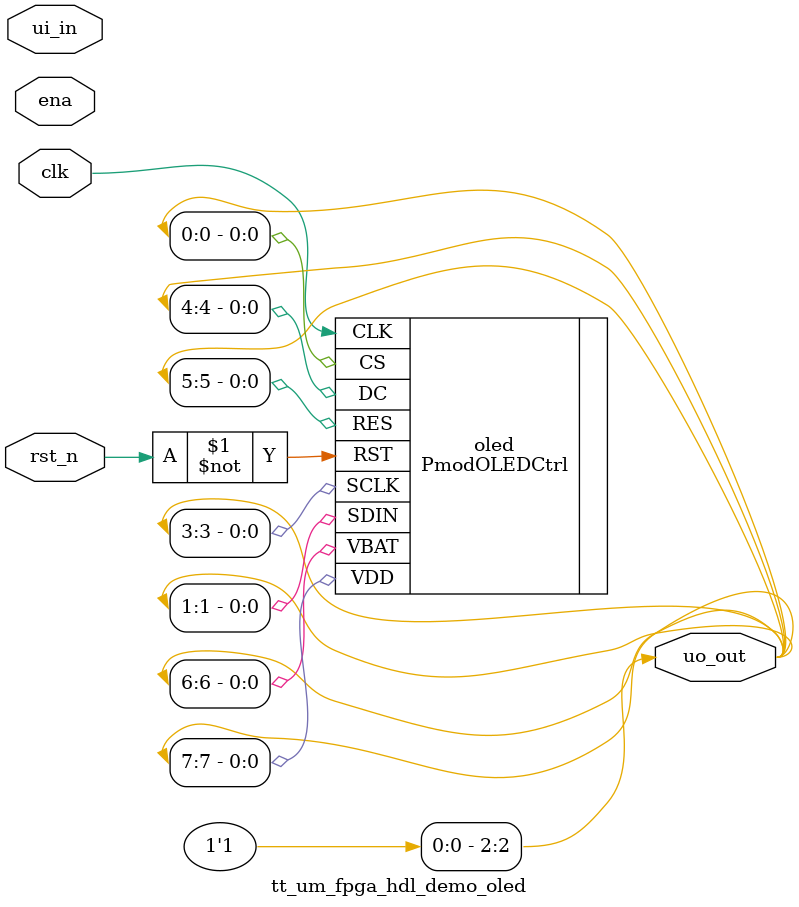
<source format=v>
`default_nettype none

module tt_um_fpga_hdl_demo_oled (
    input  wire [7:0] ui_in,    // Dedicated inputs - connected to the input switches
    output wire [7:0] uo_out,   // Dedicated outputs - connected to the 7 segment display
    input  wire       ena,      // will go high when the design is enabled
    input  wire       clk,      // clock
    input  wire       rst_n     // reset_n - low to reset
);

    assign uo_out[2] = 1'b1;

    PmodOLEDCtrl oled (
        .CLK(clk),
        .RST(~rst_n),
        .CS(uo_out[0]),
        .SCLK(uo_out[3]),
        .SDIN(uo_out[1]),
        .DC(uo_out[4]),
        .RES(uo_out[5]),
        .VBAT(uo_out[6]),
        .VDD(uo_out[7])
    );

endmodule

</source>
